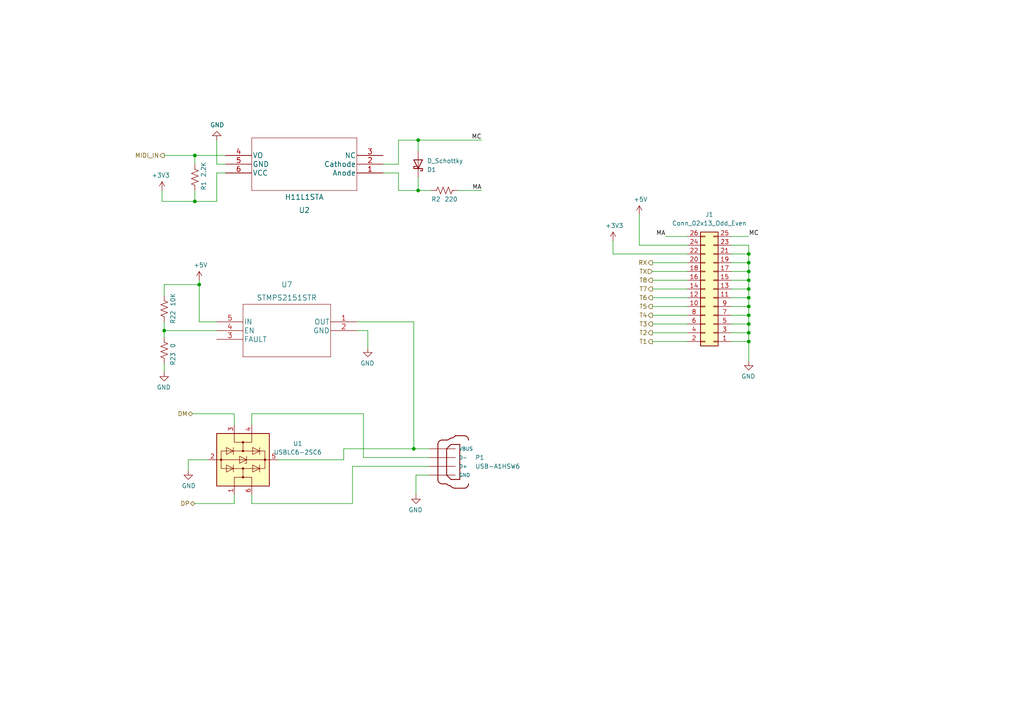
<source format=kicad_sch>
(kicad_sch (version 20211123) (generator eeschema)
  (paper "A4")
  (title_block (title "Daisy Rogue") (date "9/23/2022") (rev "1") (company "Robertsonics"))
  (lib_symbols
    (symbol "Connector_Generic:Conn_02x13_Odd_Even" (pin_names (offset 1.016) hide)
      (property "Reference" "J" (at 1.27 17.78 0))
      (property "Value" "Conn_02x13_Odd_Even" (at 1.27 -17.78 0))
      (symbol "Conn_02x13_Odd_Even_1_1"
        (rectangle (start -1.27 -15.113) (end 0 -15.367) (stroke (width 0.1524)))
        (rectangle (start -1.27 -12.573) (end 0 -12.827) (stroke (width 0.1524)))
        (rectangle (start -1.27 -10.033) (end 0 -10.287) (stroke (width 0.1524)))
        (rectangle (start -1.27 -7.493) (end 0 -7.747) (stroke (width 0.1524)))
        (rectangle (start -1.27 -4.953) (end 0 -5.207) (stroke (width 0.1524)))
        (rectangle (start -1.27 -2.413) (end 0 -2.667) (stroke (width 0.1524)))
        (rectangle (start -1.27 0.127) (end 0 -0.127) (stroke (width 0.1524)))
        (rectangle (start -1.27 2.667) (end 0 2.413) (stroke (width 0.1524)))
        (rectangle (start -1.27 5.207) (end 0 4.953) (stroke (width 0.1524)))
        (rectangle (start -1.27 7.747) (end 0 7.493) (stroke (width 0.1524)))
        (rectangle (start -1.27 10.287) (end 0 10.033) (stroke (width 0.1524)))
        (rectangle (start -1.27 12.827) (end 0 12.573) (stroke (width 0.1524)))
        (rectangle (start -1.27 15.367) (end 0 15.113) (stroke (width 0.1524)))
        (rectangle (start -1.27 16.51) (end 3.81 -16.51) (stroke (width 0.254)) (fill (type background)))
        (rectangle (start 3.81 -15.113) (end 2.54 -15.367) (stroke (width 0.1524)))
        (rectangle (start 3.81 -12.573) (end 2.54 -12.827) (stroke (width 0.1524)))
        (rectangle (start 3.81 -10.033) (end 2.54 -10.287) (stroke (width 0.1524)))
        (rectangle (start 3.81 -7.493) (end 2.54 -7.747) (stroke (width 0.1524)))
        (rectangle (start 3.81 -4.953) (end 2.54 -5.207) (stroke (width 0.1524)))
        (rectangle (start 3.81 -2.413) (end 2.54 -2.667) (stroke (width 0.1524)))
        (rectangle (start 3.81 0.127) (end 2.54 -0.127) (stroke (width 0.1524)))
        (rectangle (start 3.81 2.667) (end 2.54 2.413) (stroke (width 0.1524)))
        (rectangle (start 3.81 5.207) (end 2.54 4.953) (stroke (width 0.1524)))
        (rectangle (start 3.81 7.747) (end 2.54 7.493) (stroke (width 0.1524)))
        (rectangle (start 3.81 10.287) (end 2.54 10.033) (stroke (width 0.1524)))
        (rectangle (start 3.81 12.827) (end 2.54 12.573) (stroke (width 0.1524)))
        (rectangle (start 3.81 15.367) (end 2.54 15.113) (stroke (width 0.1524)))
        (pin passive line (at -5.08 15.24 0) (length 3.81) (name "Pin_1") (number "1"))
        (pin passive line (at 7.62 5.08 180) (length 3.81) (name "Pin_10") (number "10"))
        (pin passive line (at -5.08 2.54 0) (length 3.81) (name "Pin_11") (number "11"))
        (pin passive line (at 7.62 2.54 180) (length 3.81) (name "Pin_12") (number "12"))
        (pin passive line (at -5.08 0 0) (length 3.81) (name "Pin_13") (number "13"))
        (pin passive line (at 7.62 0 180) (length 3.81) (name "Pin_14") (number "14"))
        (pin passive line (at -5.08 -2.54 0) (length 3.81) (name "Pin_15") (number "15"))
        (pin passive line (at 7.62 -2.54 180) (length 3.81) (name "Pin_16") (number "16"))
        (pin passive line (at -5.08 -5.08 0) (length 3.81) (name "Pin_17") (number "17"))
        (pin passive line (at 7.62 -5.08 180) (length 3.81) (name "Pin_18") (number "18"))
        (pin passive line (at -5.08 -7.62 0) (length 3.81) (name "Pin_19") (number "19"))
        (pin passive line (at 7.62 15.24 180) (length 3.81) (name "Pin_2") (number "2"))
        (pin passive line (at 7.62 -7.62 180) (length 3.81) (name "Pin_20") (number "20"))
        (pin passive line (at -5.08 -10.16 0) (length 3.81) (name "Pin_21") (number "21"))
        (pin passive line (at 7.62 -10.16 180) (length 3.81) (name "Pin_22") (number "22"))
        (pin passive line (at -5.08 -12.7 0) (length 3.81) (name "Pin_23") (number "23"))
        (pin passive line (at 7.62 -12.7 180) (length 3.81) (name "Pin_24") (number "24"))
        (pin passive line (at -5.08 -15.24 0) (length 3.81) (name "Pin_25") (number "25"))
        (pin passive line (at 7.62 -15.24 180) (length 3.81) (name "Pin_26") (number "26"))
        (pin passive line (at -5.08 12.7 0) (length 3.81) (name "Pin_3") (number "3"))
        (pin passive line (at 7.62 12.7 180) (length 3.81) (name "Pin_4") (number "4"))
        (pin passive line (at -5.08 10.16 0) (length 3.81) (name "Pin_5") (number "5"))
        (pin passive line (at 7.62 10.16 180) (length 3.81) (name "Pin_6") (number "6"))
        (pin passive line (at -5.08 7.62 0) (length 3.81) (name "Pin_7") (number "7"))
        (pin passive line (at 7.62 7.62 180) (length 3.81) (name "Pin_8") (number "8"))
        (pin passive line (at -5.08 5.08 0) (length 3.81) (name "Pin_9") (number "9"))
      )
    )
    (symbol "Device:D_Schottky" (pin_numbers hide) (pin_names (offset 1.016) hide)
      (property "Reference" "D" (at 0 2.54 0))
      (property "Value" "D_Schottky" (at 0 -2.54 0))
      (symbol "D_Schottky_0_1"
        (polyline (pts (xy 1.27 0) (xy -1.27 0)))
        (polyline (pts (xy 1.27 1.27) (xy 1.27 -1.27) (xy -1.27 0) (xy 1.27 1.27)) (stroke (width 0.254)))
        (polyline (pts (xy -1.905 0.635) (xy -1.905 1.27) (xy -1.27 1.27) (xy -1.27 -1.27) (xy -0.635 -1.27) (xy -0.635 -0.635)) (stroke (width 0.254)))
      )
      (symbol "D_Schottky_1_1"
        (pin passive line (at -3.81 0 0) (length 2.54) (name "K") (number "1"))
        (pin passive line (at 3.81 0 180) (length 2.54) (name "A") (number "2"))
      )
    )
    (symbol "Device:R_US" (pin_numbers hide) (pin_names (offset 0))
      (property "Reference" "R" (at 2.54 0 90))
      (property "Value" "R_US" (at -2.54 0 90))
      (symbol "R_US_0_1"
        (polyline (pts (xy 0 -2.286) (xy 0 -2.54)))
        (polyline (pts (xy 0 2.286) (xy 0 2.54)))
        (polyline (pts (xy 0 -0.762) (xy 1.016 -1.143) (xy 0 -1.524) (xy -1.016 -1.905) (xy 0 -2.286)))
        (polyline (pts (xy 0 0.762) (xy 1.016 0.381) (xy 0 0) (xy -1.016 -0.381) (xy 0 -0.762)))
        (polyline (pts (xy 0 2.286) (xy 1.016 1.905) (xy 0 1.524) (xy -1.016 1.143) (xy 0 0.762)))
      )
      (symbol "R_US_1_1"
        (pin passive line (at 0 3.81 270) (length 1.27) (name "~") (number "1"))
        (pin passive line (at 0 -3.81 90) (length 1.27) (name "~") (number "2"))
      )
    )
    (symbol "H11L1S:H11L1STA" (pin_names (offset 0.254))
      (property "Reference" "U" (at 22.86 10.16 0))
      (property "Value" "H11L1STA" (at 22.86 7.62 0))
      (symbol "H11L1STA_1_1"
        (polyline (pts (xy 7.62 -10.16) (xy 38.1 -10.16)) (stroke (width 0.127)))
        (polyline (pts (xy 7.62 5.08) (xy 7.62 -10.16)) (stroke (width 0.127)))
        (polyline (pts (xy 38.1 -10.16) (xy 38.1 5.08)) (stroke (width 0.127)))
        (polyline (pts (xy 38.1 5.08) (xy 7.62 5.08)) (stroke (width 0.127)))
        (pin unspecified line (at 0 0 0) (length 7.62) (name "Anode") (number "1"))
        (pin unspecified line (at 0 -2.54 0) (length 7.62) (name "Cathode") (number "2"))
        (pin unspecified line (at 0 -5.08 0) (length 7.62) (name "NC") (number "3"))
        (pin unspecified line (at 45.72 -5.08 180) (length 7.62) (name "VO") (number "4"))
        (pin unspecified line (at 45.72 -2.54 180) (length 7.62) (name "GND") (number "5"))
        (pin unspecified line (at 45.72 0 180) (length 7.62) (name "VCC") (number "6"))
      )
    )
    (symbol "Power_Protection:USBLC6-2SC6" (pin_names hide)
      (property "Reference" "U" (at 2.54 8.89 0))
      (property "Value" "USBLC6-2SC6" (at 2.54 -8.89 0))
      (symbol "USBLC6-2SC6_0_1"
        (rectangle (start -7.62 -7.62) (end 7.62 7.62) (stroke (width 0.254)) (fill (type background)))
        (circle (center -5.08 0) (radius 0.254) (fill (type outline)))
        (circle (center -2.54 0) (radius 0.254) (fill (type outline)))
        (rectangle (start -2.54 6.35) (end 2.54 -6.35))
        (circle (center 0 -6.35) (radius 0.254) (fill (type outline)))
        (polyline (pts (xy -5.08 -2.54) (xy -7.62 -2.54)))
        (polyline (pts (xy -5.08 0) (xy -5.08 -2.54)))
        (polyline (pts (xy -5.08 2.54) (xy -7.62 2.54)))
        (polyline (pts (xy -1.524 -2.794) (xy -3.556 -2.794)))
        (polyline (pts (xy -1.524 4.826) (xy -3.556 4.826)))
        (polyline (pts (xy 0 -7.62) (xy 0 -6.35)))
        (polyline (pts (xy 0 -6.35) (xy 0 1.27)))
        (polyline (pts (xy 0 1.27) (xy 0 6.35)))
        (polyline (pts (xy 0 6.35) (xy 0 7.62)))
        (polyline (pts (xy 1.524 -2.794) (xy 3.556 -2.794)))
        (polyline (pts (xy 1.524 4.826) (xy 3.556 4.826)))
        (polyline (pts (xy 5.08 -2.54) (xy 7.62 -2.54)))
        (polyline (pts (xy 5.08 0) (xy 5.08 -2.54)))
        (polyline (pts (xy 5.08 2.54) (xy 7.62 2.54)))
        (polyline (pts (xy -2.54 0) (xy -5.08 0) (xy -5.08 2.54)))
        (polyline (pts (xy 2.54 0) (xy 5.08 0) (xy 5.08 2.54)))
        (polyline (pts (xy -3.556 -4.826) (xy -1.524 -4.826) (xy -2.54 -2.794) (xy -3.556 -4.826)))
        (polyline (pts (xy -3.556 2.794) (xy -1.524 2.794) (xy -2.54 4.826) (xy -3.556 2.794)))
        (polyline (pts (xy -1.016 -1.016) (xy 1.016 -1.016) (xy 0 1.016) (xy -1.016 -1.016)))
        (polyline (pts (xy 1.016 1.016) (xy 0.762 1.016) (xy -1.016 1.016) (xy -1.016 0.508)))
        (polyline (pts (xy 3.556 -4.826) (xy 1.524 -4.826) (xy 2.54 -2.794) (xy 3.556 -4.826)))
        (polyline (pts (xy 3.556 2.794) (xy 1.524 2.794) (xy 2.54 4.826) (xy 3.556 2.794)))
        (circle (center 0 6.35) (radius 0.254) (fill (type outline)))
        (circle (center 2.54 0) (radius 0.254) (fill (type outline)))
        (circle (center 5.08 0) (radius 0.254) (fill (type outline)))
      )
      (symbol "USBLC6-2SC6_1_1"
        (pin passive line (at -10.16 -2.54 0) (length 2.54) (name "I/O1") (number "1"))
        (pin passive line (at 0 -10.16 90) (length 2.54) (name "GND") (number "2"))
        (pin passive line (at 10.16 -2.54 180) (length 2.54) (name "I/O2") (number "3"))
        (pin passive line (at 10.16 2.54 180) (length 2.54) (name "I/O2") (number "4"))
        (pin passive line (at 0 10.16 270) (length 2.54) (name "VBUS") (number "5"))
        (pin passive line (at -10.16 2.54 0) (length 2.54) (name "I/O1") (number "6"))
      )
    )
    (symbol "STMPS2151STR:STMPS2151STR" (pin_names (offset 0.254))
      (property "Reference" "U" (at 20.32 10.16 0))
      (property "Value" "STMPS2151STR" (at 20.32 7.62 0))
      (symbol "STMPS2151STR_1_1"
        (polyline (pts (xy 7.62 -10.16) (xy 33.02 -10.16)) (stroke (width 0.127)))
        (polyline (pts (xy 7.62 5.08) (xy 7.62 -10.16)) (stroke (width 0.127)))
        (polyline (pts (xy 33.02 -10.16) (xy 33.02 5.08)) (stroke (width 0.127)))
        (polyline (pts (xy 33.02 5.08) (xy 7.62 5.08)) (stroke (width 0.127)))
        (pin output line (at 0 0 0) (length 7.62) (name "OUT") (number "1"))
        (pin power_in line (at 0 -2.54 0) (length 7.62) (name "GND") (number "2"))
        (pin output line (at 40.64 -5.08 180) (length 7.62) (name "FAULT") (number "3"))
        (pin input line (at 40.64 -2.54 180) (length 7.62) (name "EN") (number "4"))
        (pin power_in line (at 40.64 0 180) (length 7.62) (name "IN") (number "5"))
      )
    )
    (symbol "USB-A1HSW6:USB-A1HSW6" (pin_numbers hide) (pin_names (offset 1.016))
      (property "Reference" "P" (at -2.54 11.43 0))
      (property "Value" "USB-A1HSW6" (at -2.54 -10.1854 0))
      (symbol "USB-A1HSW6_0_0"
        (arc (start -2.54 -3.81) (mid -2.168 -4.708) (end -1.27 -5.08) (stroke (width 0.254)))
        (arc (start -1.27 7.62) (mid -2.168 7.248) (end -2.54 6.35) (stroke (width 0.254)))
        (arc (start 0 -5.08) (mid -0.568 -7.4859) (end 1.016 -5.588) (stroke (width 0.254)))
        (polyline (pts (xy -2.54 6.35) (xy -2.54 -3.81)) (stroke (width 0.254)))
        (polyline (pts (xy -1.27 -5.08) (xy 0 -5.08)) (stroke (width 0.254)))
        (polyline (pts (xy -1.27 7.62) (xy 0 7.62)) (stroke (width 0.254)))
        (polyline (pts (xy 0 -2.54) (xy 1.27 -3.81)) (stroke (width 0.254)))
        (polyline (pts (xy 0 5.08) (xy 0 -2.54)) (stroke (width 0.254)))
        (polyline (pts (xy 1.27 -3.81) (xy 3.81 -3.81)) (stroke (width 0.254)))
        (polyline (pts (xy 1.27 6.35) (xy 0 5.08)) (stroke (width 0.254)))
        (polyline (pts (xy 2.54 -6.35) (xy 5.08 -6.35)) (stroke (width 0.254)))
        (polyline (pts (xy 2.54 8.89) (xy 5.08 8.89)) (stroke (width 0.254)))
        (polyline (pts (xy 3.81 -3.81) (xy 3.81 6.35)) (stroke (width 0.254)))
        (polyline (pts (xy 3.81 6.35) (xy 1.27 6.35)) (stroke (width 0.254)))
        (arc (start 0 7.62) (mid 0.568 7.7541) (end 1.016 8.128) (stroke (width 0.254)))
        (arc (start 1.016 -5.588) (mid 1.6881 -6.1489) (end 2.54 -6.35) (stroke (width 0.254)))
        (arc (start 1.016 8.128) (mid 3.3919 5.2811) (end 2.54 8.89) (stroke (width 0.254)))
        (arc (start 5.08 -6.35) (mid 5.978 -5.978) (end 6.35 -5.08) (stroke (width 0.254)))
        (arc (start 6.35 7.62) (mid 5.978 8.518) (end 5.08 8.89) (stroke (width 0.254)))
        (pin power_in line (at -5.08 5.08 0) (length 7.62) (name "VBUS") (number "1"))
        (pin bidirectional line (at -5.08 2.54 0) (length 7.62) (name "D-") (number "2"))
        (pin bidirectional line (at -5.08 0 0) (length 7.62) (name "D+") (number "3"))
        (pin power_in line (at -5.08 -2.54 0) (length 7.62) (name "GND") (number "4"))
      )
    )
    (symbol "power:+3V3" (power) (pin_names (offset 0))
      (property "Value" "+3V3" (at 0 3.556 0))
      (symbol "+3V3_0_1"
        (polyline (pts (xy -0.762 1.27) (xy 0 2.54)))
        (polyline (pts (xy 0 0) (xy 0 2.54)))
        (polyline (pts (xy 0 2.54) (xy 0.762 1.27)))
      )
      (symbol "+3V3_1_1"
        (pin power_in line (at 0 0 90) (length 0) hide (name "+3V3") (number "1"))
      )
    )
    (symbol "power:+5V" (power) (pin_names (offset 0))
      (property "Value" "+5V" (at 0 3.556 0))
      (symbol "+5V_0_1"
        (polyline (pts (xy -0.762 1.27) (xy 0 2.54)))
        (polyline (pts (xy 0 0) (xy 0 2.54)))
        (polyline (pts (xy 0 2.54) (xy 0.762 1.27)))
      )
      (symbol "+5V_1_1"
        (pin power_in line (at 0 0 90) (length 0) hide (name "+5V") (number "1"))
      )
    )
    (symbol "power:GND" (power) (pin_names (offset 0))
      (property "Value" "GND" (at 0 -3.81 0))
      (symbol "GND_0_1"
        (polyline (pts (xy 0 0) (xy 0 -1.27) (xy 1.27 -1.27) (xy 0 -2.54) (xy -1.27 -1.27) (xy 0 -1.27)))
      )
      (symbol "GND_1_1"
        (pin power_in line (at 0 0 270) (length 0) hide (name "GND") (number "1"))
      )
    )
  )
  (junction (at 56.515 58.42))
  (junction (at 217.17 76.2))
  (junction (at 57.785 82.55))
  (junction (at 217.17 88.9))
  (junction (at 56.515 45.085))
  (junction (at 217.17 78.74))
  (junction (at 217.17 81.28))
  (junction (at 217.17 96.52))
  (junction (at 217.17 73.66))
  (junction (at 217.17 93.98))
  (junction (at 217.17 99.06))
  (junction (at 217.17 91.44))
  (junction (at 47.625 95.885))
  (junction (at 121.285 40.64))
  (junction (at 217.17 86.36))
  (junction (at 121.285 55.245))
  (junction (at 120.015 130.175))
  (junction (at 217.17 83.82))
  (wire (pts (xy 103.505 95.885) (xy 106.68 95.885)))
  (wire (pts (xy 217.17 88.9) (xy 217.17 91.44)))
  (wire (pts (xy 189.23 96.52) (xy 199.39 96.52)))
  (wire (pts (xy 217.17 71.12) (xy 217.17 73.66)))
  (wire (pts (xy 102.235 135.255) (xy 124.46 135.255)))
  (wire (pts (xy 212.09 68.58) (xy 217.17 68.58)))
  (wire (pts (xy 212.09 71.12) (xy 217.17 71.12)))
  (wire (pts (xy 73.025 143.51) (xy 73.025 146.05)))
  (wire (pts (xy 56.515 58.42) (xy 62.865 58.42)))
  (wire (pts (xy 217.17 76.2) (xy 217.17 78.74)))
  (wire (pts (xy 56.515 47.625) (xy 56.515 45.085)))
  (wire (pts (xy 217.17 73.66) (xy 217.17 76.2)))
  (wire (pts (xy 115.57 50.165) (xy 115.57 55.245)))
  (wire (pts (xy 115.57 55.245) (xy 121.285 55.245)))
  (wire (pts (xy 54.61 133.35) (xy 60.325 133.35)))
  (wire (pts (xy 177.8 69.85) (xy 177.8 73.66)))
  (wire (pts (xy 115.57 50.165) (xy 111.125 50.165)))
  (wire (pts (xy 189.23 91.44) (xy 199.39 91.44)))
  (wire (pts (xy 189.23 93.98) (xy 199.39 93.98)))
  (wire (pts (xy 189.23 81.28) (xy 199.39 81.28)))
  (wire (pts (xy 105.41 132.715) (xy 124.46 132.715)))
  (wire (pts (xy 73.025 123.19) (xy 73.025 120.015)))
  (wire (pts (xy 55.88 120.015) (xy 67.945 120.015)))
  (wire (pts (xy 65.405 50.165) (xy 62.865 50.165)))
  (wire (pts (xy 46.99 58.42) (xy 56.515 58.42)))
  (wire (pts (xy 56.515 45.085) (xy 65.405 45.085)))
  (wire (pts (xy 56.515 146.05) (xy 67.945 146.05)))
  (wire (pts (xy 57.785 82.55) (xy 57.785 93.345)))
  (wire (pts (xy 189.23 76.2) (xy 199.39 76.2)))
  (wire (pts (xy 212.09 93.98) (xy 217.17 93.98)))
  (wire (pts (xy 120.015 93.345) (xy 120.015 130.175)))
  (wire (pts (xy 217.17 86.36) (xy 217.17 88.9)))
  (wire (pts (xy 62.865 95.885) (xy 47.625 95.885)))
  (wire (pts (xy 73.025 120.015) (xy 105.41 120.015)))
  (wire (pts (xy 212.09 83.82) (xy 217.17 83.82)))
  (wire (pts (xy 212.09 73.66) (xy 217.17 73.66)))
  (wire (pts (xy 189.23 88.9) (xy 199.39 88.9)))
  (wire (pts (xy 67.945 146.05) (xy 67.945 143.51)))
  (wire (pts (xy 115.57 47.625) (xy 115.57 40.64)))
  (wire (pts (xy 115.57 40.64) (xy 121.285 40.64)))
  (wire (pts (xy 54.61 133.35) (xy 54.61 136.525)))
  (wire (pts (xy 212.09 81.28) (xy 217.17 81.28)))
  (wire (pts (xy 217.17 96.52) (xy 217.17 99.06)))
  (wire (pts (xy 217.17 91.44) (xy 217.17 93.98)))
  (wire (pts (xy 47.625 105.41) (xy 47.625 107.95)))
  (wire (pts (xy 212.09 91.44) (xy 217.17 91.44)))
  (wire (pts (xy 103.505 93.345) (xy 120.015 93.345)))
  (wire (pts (xy 189.23 86.36) (xy 199.39 86.36)))
  (wire (pts (xy 212.09 96.52) (xy 217.17 96.52)))
  (wire (pts (xy 57.785 81.28) (xy 57.785 82.55)))
  (wire (pts (xy 132.715 55.245) (xy 139.7 55.245)))
  (wire (pts (xy 189.23 99.06) (xy 199.39 99.06)))
  (wire (pts (xy 99.695 133.35) (xy 99.695 130.175)))
  (wire (pts (xy 67.945 120.015) (xy 67.945 123.19)))
  (wire (pts (xy 212.09 86.36) (xy 217.17 86.36)))
  (wire (pts (xy 80.645 133.35) (xy 99.695 133.35)))
  (wire (pts (xy 185.42 62.23) (xy 185.42 71.12)))
  (wire (pts (xy 47.625 95.885) (xy 47.625 93.345)))
  (wire (pts (xy 47.625 82.55) (xy 47.625 85.725)))
  (wire (pts (xy 121.285 43.815) (xy 121.285 40.64)))
  (wire (pts (xy 212.09 99.06) (xy 217.17 99.06)))
  (wire (pts (xy 185.42 71.12) (xy 199.39 71.12)))
  (wire (pts (xy 56.515 55.245) (xy 56.515 58.42)))
  (wire (pts (xy 217.17 78.74) (xy 217.17 81.28)))
  (wire (pts (xy 177.8 73.66) (xy 199.39 73.66)))
  (wire (pts (xy 115.57 47.625) (xy 111.125 47.625)))
  (wire (pts (xy 105.41 120.015) (xy 105.41 132.715)))
  (wire (pts (xy 47.625 95.885) (xy 47.625 97.79)))
  (wire (pts (xy 46.99 55.245) (xy 46.99 58.42)))
  (wire (pts (xy 99.695 130.175) (xy 120.015 130.175)))
  (wire (pts (xy 73.025 146.05) (xy 102.235 146.05)))
  (wire (pts (xy 62.865 58.42) (xy 62.865 50.165)))
  (wire (pts (xy 47.625 82.55) (xy 57.785 82.55)))
  (wire (pts (xy 212.09 88.9) (xy 217.17 88.9)))
  (wire (pts (xy 124.46 130.175) (xy 120.015 130.175)))
  (wire (pts (xy 62.865 47.625) (xy 62.865 40.64)))
  (wire (pts (xy 217.17 83.82) (xy 217.17 86.36)))
  (wire (pts (xy 106.68 95.885) (xy 106.68 100.965)))
  (wire (pts (xy 102.235 146.05) (xy 102.235 135.255)))
  (wire (pts (xy 65.405 47.625) (xy 62.865 47.625)))
  (wire (pts (xy 124.46 137.795) (xy 120.65 137.795)))
  (wire (pts (xy 121.285 40.64) (xy 139.7 40.64)))
  (wire (pts (xy 189.23 83.82) (xy 199.39 83.82)))
  (wire (pts (xy 217.17 93.98) (xy 217.17 96.52)))
  (wire (pts (xy 189.23 78.74) (xy 199.39 78.74)))
  (wire (pts (xy 212.09 76.2) (xy 217.17 76.2)))
  (wire (pts (xy 193.04 68.58) (xy 199.39 68.58)))
  (wire (pts (xy 120.65 137.795) (xy 120.65 143.51)))
  (wire (pts (xy 57.785 93.345) (xy 62.865 93.345)))
  (wire (pts (xy 212.09 78.74) (xy 217.17 78.74)))
  (wire (pts (xy 121.285 55.245) (xy 125.095 55.245)))
  (wire (pts (xy 217.17 81.28) (xy 217.17 83.82)))
  (wire (pts (xy 121.285 55.245) (xy 121.285 51.435)))
  (wire (pts (xy 56.515 45.085) (xy 47.625 45.085)))
  (wire (pts (xy 217.17 99.06) (xy 217.17 104.775)))
  (label "MC" (at 139.7 40.64 180))
  (label "MA" (at 193.04 68.58 180))
  (label "MC" (at 217.17 68.58 0))
  (label "MA" (at 139.7 55.245 180))
  (hierarchical_label "T4" (shape output) (at 189.23 91.44 180))
  (hierarchical_label "T3" (shape output) (at 189.23 93.98 180))
  (hierarchical_label "T6" (shape output) (at 189.23 86.36 180))
  (hierarchical_label "TX" (shape input) (at 189.23 78.74 180))
  (hierarchical_label "T7" (shape output) (at 189.23 83.82 180))
  (hierarchical_label "RX" (shape output) (at 189.23 76.2 180))
  (hierarchical_label "T2" (shape output) (at 189.23 96.52 180))
  (hierarchical_label "DM" (shape bidirectional) (at 55.88 120.015 180))
  (hierarchical_label "T8" (shape output) (at 189.23 81.28 180))
  (hierarchical_label "DP" (shape bidirectional) (at 56.515 146.05 180))
  (hierarchical_label "T5" (shape output) (at 189.23 88.9 180))
  (hierarchical_label "T1" (shape output) (at 189.23 99.06 180))
  (hierarchical_label "MIDI_IN" (shape output) (at 47.625 45.085 180))
  (symbol (lib_id "Device:R_US") (at 128.905 55.245 270) (unit 1)
    (property "Reference" "R2" (at 125.095 57.785 90) (effects (justify left)))
    (property "Value" "220" (at 128.905 57.785 90) (effects (justify left)))
    (property "Footprint" "Resistor_SMD:R_0603_1608Metric" (effects hide))
  )
  (symbol (lib_id "Device:D_Schottky") (at 121.285 47.625 270) (mirror x) (unit 1)
    (property "Reference" "D1" (at 123.825 49.2126 90) (effects (justify left)))
    (property "Value" "D_Schottky" (at 123.825 46.6726 90) (effects (justify left)))
    (property "Footprint" "Diode_SMD:D_SOD-323" (effects hide))
  )
  (symbol (lib_id "power:GND") (at 62.865 40.64 0) (mirror x) (unit 1)
    (property "Reference" "#PWR03" (effects hide))
    (property "Value" "GND" (at 62.992 36.2458 0))
  )
  (symbol (lib_id "power:GND") (at 54.61 136.525 0) (unit 1)
    (property "Reference" "#PWR02" (effects hide))
    (property "Value" "GND" (at 54.737 140.9192 0))
  )
  (symbol (lib_id "power:GND") (at 106.68 100.965 0) (mirror y) (unit 1)
    (property "Reference" "#PWR041" (effects hide))
    (property "Value" "GND" (at 106.553 105.3592 0))
  )
  (symbol (lib_id "H11L1S:H11L1STA") (at 111.125 50.165 180) (unit 1)
    (property "Reference" "U2" (at 88.265 60.96 0) (effects (font (size 1.524 1.524))))
    (property "Value" "H11L1STA" (at 88.265 57.15 0) (effects (font (size 1.524 1.524))))
    (property "Footprint" "H11L1S:H11L1STA" (effects hide))
  )
  (symbol (lib_id "Power_Protection:USBLC6-2SC6") (at 70.485 133.35 270) (mirror x) (unit 1)
    (property "Reference" "U1" (at 86.36 128.651 90))
    (property "Value" "USBLC6-2SC6" (at 86.36 131.191 90))
    (property "Footprint" "Package_TO_SOT_SMD:SOT-23-6" (effects hide))
    (property "Datasheet" "https://www.st.com/resource/en/datasheet/usblc6-2.pdf" (effects hide))
  )
  (symbol (lib_id "power:+5V") (at 57.785 81.28 0) (unit 1)
    (property "Reference" "#PWR04" (effects hide))
    (property "Value" "+5V" (at 58.166 76.8858 0))
  )
  (symbol (lib_id "power:+3V3") (at 177.8 69.85 0) (unit 1)
    (property "Reference" "#PWR06" (effects hide))
    (property "Value" "+3V3" (at 178.181 65.4558 0))
  )
  (symbol (lib_id "Device:R_US") (at 56.515 51.435 0) (unit 1)
    (property "Reference" "R1" (at 59.055 55.245 90) (effects (justify left)))
    (property "Value" "2.2K" (at 59.055 51.435 90) (effects (justify left)))
    (property "Footprint" "Resistor_SMD:R_0603_1608Metric" (effects hide))
  )
  (symbol (lib_id "STMPS2151STR:STMPS2151STR") (at 103.505 93.345 0) (mirror y) (unit 1)
    (property "Reference" "U7" (at 83.185 82.55 0) (effects (font (size 1.524 1.524))))
    (property "Value" "STMPS2151STR" (at 83.185 86.36 0) (effects (font (size 1.524 1.524))))
    (property "Footprint" "Package_TO_SOT_SMD:SOT-23-5" (effects hide))
  )
  (symbol (lib_id "Device:R_US") (at 47.625 89.535 0) (unit 1)
    (property "Reference" "R22" (at 50.165 93.98 90) (effects (justify left)))
    (property "Value" "10K" (at 50.165 88.9 90) (effects (justify left)))
    (property "Footprint" "Resistor_SMD:R_0603_1608Metric" (effects hide))
  )
  (symbol (lib_id "Connector_Generic:Conn_02x13_Odd_Even") (at 207.01 83.82 180) (unit 1)
    (property "Reference" "J1" (at 205.74 62.23 0))
    (property "Value" "Conn_02x13_Odd_Even" (at 205.74 64.77 0))
    (property "Footprint" "Connector_PinHeader_2.54mm:PinHeader_2x13_P2.54mm_Vertical" (effects hide))
  )
  (symbol (lib_id "power:GND") (at 217.17 104.775 0) (mirror y) (unit 1)
    (property "Reference" "#PWR08" (effects hide))
    (property "Value" "GND" (at 217.043 109.1692 0))
  )
  (symbol (lib_id "power:+3V3") (at 46.99 55.245 0) (mirror y) (unit 1)
    (property "Reference" "#PWR01" (effects hide))
    (property "Value" "+3V3" (at 46.609 50.8508 0))
  )
  (symbol (lib_id "power:+5V") (at 185.42 62.23 0) (unit 1)
    (property "Reference" "#PWR07" (effects hide))
    (property "Value" "+5V" (at 185.801 57.8358 0))
  )
  (symbol (lib_id "power:GND") (at 120.65 143.51 0) (mirror y) (unit 1)
    (property "Reference" "#PWR05" (effects hide))
    (property "Value" "GND" (at 120.523 147.9042 0))
  )
  (symbol (lib_id "power:GND") (at 47.625 107.95 0) (mirror y) (unit 1)
    (property "Reference" "#PWR040" (effects hide))
    (property "Value" "GND" (at 47.498 112.3442 0))
  )
  (symbol (lib_id "Device:R_US") (at 47.625 101.6 0) (unit 1)
    (property "Reference" "R23" (at 50.165 106.045 90) (effects (justify left)))
    (property "Value" "0" (at 50.165 100.965 90) (effects (justify left)))
    (property "Footprint" "Resistor_SMD:R_0603_1608Metric" (effects hide))
  )
  (symbol (lib_id "USB-A1HSW6:USB-A1HSW6") (at 129.54 135.255 0) (unit 1)
    (property "Reference" "P1" (at 137.795 132.7149 0) (effects (justify left)))
    (property "Value" "USB-A1HSW6" (at 137.795 135.2549 0) (effects (justify left)))
    (property "Footprint" "USB-A1HSW6:OST_USB-A1HSW6" (effects hide))
    (property "MANUFACTURER" "On-Shore Technology, Inc." (effects hide))
  )
)
</source>
